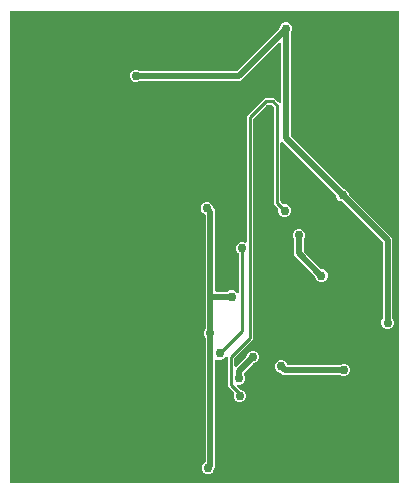
<source format=gbr>
G04 EAGLE Gerber RS-274X export*
G75*
%MOMM*%
%FSLAX34Y34*%
%LPD*%
%INBottom Copper*%
%IPPOS*%
%AMOC8*
5,1,8,0,0,1.08239X$1,22.5*%
G01*
%ADD10C,0.756400*%
%ADD11C,0.508000*%
%ADD12C,0.254000*%

G36*
X338688Y10176D02*
X338688Y10176D01*
X338807Y10183D01*
X338845Y10196D01*
X338886Y10201D01*
X338996Y10244D01*
X339109Y10281D01*
X339144Y10303D01*
X339181Y10318D01*
X339277Y10387D01*
X339378Y10451D01*
X339406Y10481D01*
X339439Y10504D01*
X339515Y10596D01*
X339596Y10683D01*
X339616Y10718D01*
X339641Y10749D01*
X339692Y10857D01*
X339750Y10961D01*
X339760Y11001D01*
X339777Y11037D01*
X339799Y11154D01*
X339829Y11269D01*
X339833Y11329D01*
X339837Y11349D01*
X339835Y11370D01*
X339839Y11430D01*
X339839Y408570D01*
X339824Y408688D01*
X339817Y408807D01*
X339804Y408845D01*
X339799Y408886D01*
X339756Y408996D01*
X339719Y409109D01*
X339697Y409144D01*
X339682Y409181D01*
X339613Y409277D01*
X339549Y409378D01*
X339519Y409406D01*
X339496Y409439D01*
X339404Y409515D01*
X339317Y409596D01*
X339282Y409616D01*
X339251Y409641D01*
X339143Y409692D01*
X339039Y409750D01*
X338999Y409760D01*
X338963Y409777D01*
X338846Y409799D01*
X338731Y409829D01*
X338671Y409833D01*
X338651Y409837D01*
X338630Y409835D01*
X338570Y409839D01*
X11430Y409839D01*
X11312Y409824D01*
X11193Y409817D01*
X11155Y409804D01*
X11114Y409799D01*
X11004Y409756D01*
X10891Y409719D01*
X10856Y409697D01*
X10819Y409682D01*
X10723Y409613D01*
X10622Y409549D01*
X10594Y409519D01*
X10561Y409496D01*
X10485Y409404D01*
X10404Y409317D01*
X10384Y409282D01*
X10359Y409251D01*
X10308Y409143D01*
X10250Y409039D01*
X10240Y408999D01*
X10223Y408963D01*
X10201Y408846D01*
X10171Y408731D01*
X10167Y408671D01*
X10163Y408651D01*
X10165Y408630D01*
X10161Y408570D01*
X10161Y11430D01*
X10176Y11312D01*
X10183Y11193D01*
X10196Y11155D01*
X10201Y11114D01*
X10244Y11004D01*
X10281Y10891D01*
X10303Y10856D01*
X10318Y10819D01*
X10387Y10723D01*
X10451Y10622D01*
X10481Y10594D01*
X10504Y10561D01*
X10596Y10485D01*
X10683Y10404D01*
X10718Y10384D01*
X10749Y10359D01*
X10857Y10308D01*
X10961Y10250D01*
X11001Y10240D01*
X11037Y10223D01*
X11154Y10201D01*
X11269Y10171D01*
X11329Y10167D01*
X11349Y10163D01*
X11370Y10165D01*
X11430Y10161D01*
X338570Y10161D01*
X338688Y10176D01*
G37*
%LPC*%
G36*
X176944Y17693D02*
X176944Y17693D01*
X174994Y18501D01*
X173501Y19994D01*
X172693Y21944D01*
X172693Y24056D01*
X173501Y26006D01*
X174994Y27499D01*
X175152Y27564D01*
X175177Y27579D01*
X175205Y27588D01*
X175315Y27657D01*
X175428Y27722D01*
X175449Y27742D01*
X175474Y27758D01*
X175563Y27853D01*
X175656Y27943D01*
X175672Y27968D01*
X175692Y27990D01*
X175755Y28104D01*
X175823Y28214D01*
X175831Y28242D01*
X175846Y28268D01*
X175878Y28394D01*
X175916Y28518D01*
X175918Y28548D01*
X175925Y28576D01*
X175935Y28737D01*
X175935Y133034D01*
X175923Y133133D01*
X175920Y133231D01*
X175903Y133290D01*
X175895Y133350D01*
X175859Y133442D01*
X175831Y133537D01*
X175801Y133589D01*
X175778Y133645D01*
X175720Y133725D01*
X175670Y133811D01*
X175604Y133886D01*
X175592Y133903D01*
X175582Y133911D01*
X175563Y133932D01*
X175501Y133994D01*
X174693Y135944D01*
X174693Y138056D01*
X175501Y140006D01*
X175564Y140068D01*
X175624Y140147D01*
X175692Y140219D01*
X175721Y140272D01*
X175758Y140320D01*
X175798Y140411D01*
X175846Y140497D01*
X175861Y140556D01*
X175885Y140612D01*
X175900Y140709D01*
X175925Y140805D01*
X175931Y140905D01*
X175935Y140926D01*
X175933Y140938D01*
X175935Y140966D01*
X175935Y236849D01*
X175932Y236878D01*
X175934Y236908D01*
X175912Y237036D01*
X175895Y237165D01*
X175885Y237192D01*
X175880Y237221D01*
X175826Y237340D01*
X175778Y237460D01*
X175761Y237484D01*
X175749Y237511D01*
X175668Y237613D01*
X175592Y237718D01*
X175569Y237736D01*
X175550Y237759D01*
X175447Y237838D01*
X175347Y237920D01*
X175320Y237933D01*
X175296Y237951D01*
X175152Y238022D01*
X173994Y238501D01*
X172501Y239994D01*
X171693Y241944D01*
X171693Y244056D01*
X172501Y246006D01*
X173994Y247499D01*
X175944Y248307D01*
X178056Y248307D01*
X180006Y247499D01*
X181499Y246006D01*
X182307Y244056D01*
X182307Y243967D01*
X182319Y243869D01*
X182322Y243770D01*
X182339Y243712D01*
X182347Y243652D01*
X182383Y243560D01*
X182411Y243465D01*
X182441Y243413D01*
X182464Y243356D01*
X182522Y243276D01*
X182572Y243191D01*
X182638Y243115D01*
X182650Y243099D01*
X182660Y243091D01*
X182678Y243070D01*
X184065Y241684D01*
X184065Y173334D01*
X184080Y173216D01*
X184087Y173097D01*
X184100Y173059D01*
X184105Y173018D01*
X184148Y172908D01*
X184185Y172795D01*
X184207Y172760D01*
X184222Y172723D01*
X184291Y172627D01*
X184355Y172526D01*
X184385Y172498D01*
X184408Y172465D01*
X184500Y172389D01*
X184587Y172308D01*
X184622Y172288D01*
X184653Y172263D01*
X184761Y172212D01*
X184865Y172154D01*
X184905Y172144D01*
X184941Y172127D01*
X185058Y172105D01*
X185173Y172075D01*
X185233Y172071D01*
X185253Y172067D01*
X185274Y172069D01*
X185334Y172065D01*
X194034Y172065D01*
X194132Y172077D01*
X194231Y172080D01*
X194290Y172097D01*
X194350Y172105D01*
X194442Y172141D01*
X194537Y172169D01*
X194589Y172199D01*
X194645Y172222D01*
X194725Y172280D01*
X194811Y172330D01*
X194886Y172396D01*
X194903Y172408D01*
X194910Y172418D01*
X194932Y172436D01*
X194994Y172499D01*
X196944Y173307D01*
X199056Y173307D01*
X201006Y172499D01*
X202039Y171466D01*
X202148Y171382D01*
X202255Y171292D01*
X202274Y171284D01*
X202290Y171271D01*
X202417Y171216D01*
X202543Y171157D01*
X202563Y171153D01*
X202582Y171145D01*
X202720Y171123D01*
X202856Y171097D01*
X202876Y171098D01*
X202896Y171095D01*
X203035Y171108D01*
X203173Y171117D01*
X203192Y171123D01*
X203212Y171125D01*
X203344Y171172D01*
X203475Y171215D01*
X203493Y171226D01*
X203512Y171233D01*
X203627Y171311D01*
X203744Y171385D01*
X203758Y171400D01*
X203775Y171411D01*
X203867Y171515D01*
X203962Y171617D01*
X203972Y171634D01*
X203985Y171650D01*
X204048Y171773D01*
X204116Y171895D01*
X204121Y171915D01*
X204130Y171933D01*
X204160Y172069D01*
X204195Y172203D01*
X204197Y172231D01*
X204200Y172243D01*
X204199Y172264D01*
X204205Y172364D01*
X204205Y203764D01*
X204193Y203862D01*
X204190Y203961D01*
X204173Y204020D01*
X204165Y204080D01*
X204129Y204172D01*
X204101Y204267D01*
X204071Y204319D01*
X204048Y204375D01*
X203990Y204455D01*
X203940Y204541D01*
X203874Y204616D01*
X203862Y204633D01*
X203852Y204640D01*
X203834Y204662D01*
X202501Y205994D01*
X201693Y207944D01*
X201693Y210056D01*
X202501Y212006D01*
X203994Y213499D01*
X205944Y214307D01*
X208056Y214307D01*
X209026Y213905D01*
X209074Y213891D01*
X209119Y213870D01*
X209227Y213850D01*
X209333Y213821D01*
X209383Y213820D01*
X209432Y213811D01*
X209541Y213817D01*
X209651Y213816D01*
X209699Y213827D01*
X209749Y213830D01*
X209853Y213864D01*
X209960Y213890D01*
X210004Y213913D01*
X210051Y213928D01*
X210144Y213987D01*
X210241Y214039D01*
X210278Y214072D01*
X210320Y214099D01*
X210395Y214179D01*
X210477Y214252D01*
X210504Y214294D01*
X210538Y214330D01*
X210591Y214426D01*
X210651Y214518D01*
X210668Y214565D01*
X210692Y214609D01*
X210719Y214715D01*
X210755Y214819D01*
X210759Y214869D01*
X210771Y214917D01*
X210781Y215077D01*
X210781Y321033D01*
X226119Y336371D01*
X233881Y336371D01*
X235890Y334362D01*
X237362Y332890D01*
X237768Y332484D01*
X237878Y332399D01*
X237985Y332310D01*
X238004Y332301D01*
X238020Y332289D01*
X238147Y332234D01*
X238273Y332174D01*
X238293Y332170D01*
X238312Y332162D01*
X238449Y332141D01*
X238586Y332114D01*
X238606Y332116D01*
X238626Y332113D01*
X238765Y332126D01*
X238903Y332134D01*
X238922Y332140D01*
X238942Y332142D01*
X239074Y332190D01*
X239205Y332232D01*
X239222Y332243D01*
X239242Y332250D01*
X239357Y332328D01*
X239474Y332402D01*
X239488Y332417D01*
X239505Y332429D01*
X239597Y332533D01*
X239692Y332634D01*
X239702Y332652D01*
X239715Y332667D01*
X239779Y332791D01*
X239846Y332913D01*
X239851Y332932D01*
X239860Y332950D01*
X239890Y333086D01*
X239925Y333220D01*
X239927Y333249D01*
X239930Y333260D01*
X239929Y333281D01*
X239935Y333381D01*
X239935Y382123D01*
X239918Y382260D01*
X239905Y382399D01*
X239898Y382418D01*
X239895Y382438D01*
X239844Y382567D01*
X239797Y382698D01*
X239786Y382715D01*
X239778Y382734D01*
X239697Y382846D01*
X239619Y382961D01*
X239603Y382975D01*
X239592Y382991D01*
X239484Y383080D01*
X239380Y383172D01*
X239362Y383181D01*
X239347Y383194D01*
X239221Y383253D01*
X239097Y383316D01*
X239077Y383321D01*
X239059Y383330D01*
X238923Y383356D01*
X238787Y383386D01*
X238766Y383386D01*
X238747Y383389D01*
X238608Y383381D01*
X238469Y383376D01*
X238449Y383371D01*
X238429Y383370D01*
X238297Y383327D01*
X238163Y383288D01*
X238146Y383278D01*
X238127Y383272D01*
X238009Y383197D01*
X237889Y383127D01*
X237868Y383108D01*
X237858Y383101D01*
X237844Y383087D01*
X237769Y383020D01*
X208436Y353688D01*
X205684Y350935D01*
X120966Y350935D01*
X120868Y350923D01*
X120769Y350920D01*
X120710Y350903D01*
X120650Y350895D01*
X120558Y350859D01*
X120463Y350831D01*
X120411Y350801D01*
X120355Y350778D01*
X120275Y350720D01*
X120189Y350670D01*
X120114Y350604D01*
X120097Y350592D01*
X120090Y350582D01*
X120068Y350564D01*
X120006Y350501D01*
X118056Y349693D01*
X115944Y349693D01*
X113994Y350501D01*
X112501Y351994D01*
X111693Y353944D01*
X111693Y356056D01*
X112501Y358006D01*
X113994Y359499D01*
X115944Y360307D01*
X118056Y360307D01*
X120006Y359499D01*
X120068Y359436D01*
X120147Y359376D01*
X120219Y359308D01*
X120272Y359279D01*
X120320Y359242D01*
X120411Y359202D01*
X120497Y359154D01*
X120556Y359139D01*
X120612Y359115D01*
X120709Y359100D01*
X120805Y359075D01*
X120905Y359069D01*
X120926Y359065D01*
X120938Y359067D01*
X120966Y359065D01*
X201791Y359065D01*
X201889Y359077D01*
X201988Y359080D01*
X202046Y359097D01*
X202106Y359105D01*
X202198Y359141D01*
X202293Y359169D01*
X202345Y359199D01*
X202402Y359222D01*
X202482Y359280D01*
X202567Y359330D01*
X202643Y359396D01*
X202659Y359408D01*
X202667Y359418D01*
X202688Y359436D01*
X238322Y395070D01*
X238382Y395148D01*
X238450Y395220D01*
X238479Y395273D01*
X238516Y395321D01*
X238556Y395412D01*
X238604Y395499D01*
X238619Y395557D01*
X238643Y395613D01*
X238658Y395711D01*
X238683Y395807D01*
X238689Y395907D01*
X238693Y395927D01*
X238691Y395939D01*
X238693Y395967D01*
X238693Y396056D01*
X239501Y398006D01*
X240994Y399499D01*
X242944Y400307D01*
X245056Y400307D01*
X247006Y399499D01*
X248499Y398006D01*
X249307Y396056D01*
X249307Y393944D01*
X248499Y391994D01*
X248436Y391932D01*
X248376Y391853D01*
X248308Y391781D01*
X248279Y391728D01*
X248242Y391680D01*
X248202Y391589D01*
X248154Y391503D01*
X248139Y391444D01*
X248115Y391388D01*
X248100Y391291D01*
X248075Y391195D01*
X248069Y391095D01*
X248065Y391074D01*
X248067Y391062D01*
X248065Y391034D01*
X248065Y304209D01*
X248077Y304111D01*
X248080Y304012D01*
X248097Y303954D01*
X248105Y303894D01*
X248141Y303802D01*
X248169Y303707D01*
X248199Y303655D01*
X248222Y303598D01*
X248280Y303518D01*
X248330Y303433D01*
X248396Y303357D01*
X248408Y303341D01*
X248418Y303333D01*
X248436Y303312D01*
X292070Y259678D01*
X292148Y259618D01*
X292220Y259550D01*
X292273Y259521D01*
X292321Y259484D01*
X292412Y259444D01*
X292499Y259396D01*
X292557Y259381D01*
X292613Y259357D01*
X292711Y259342D01*
X292807Y259317D01*
X292907Y259311D01*
X292927Y259307D01*
X292939Y259309D01*
X292967Y259307D01*
X293056Y259307D01*
X295006Y258499D01*
X296499Y257006D01*
X297307Y255056D01*
X297307Y254967D01*
X297319Y254869D01*
X297322Y254770D01*
X297339Y254712D01*
X297347Y254652D01*
X297383Y254560D01*
X297411Y254465D01*
X297441Y254413D01*
X297464Y254356D01*
X297522Y254276D01*
X297572Y254191D01*
X297638Y254115D01*
X297650Y254099D01*
X297660Y254091D01*
X297678Y254070D01*
X334065Y217684D01*
X334065Y149966D01*
X334077Y149868D01*
X334080Y149769D01*
X334097Y149710D01*
X334105Y149650D01*
X334141Y149558D01*
X334169Y149463D01*
X334199Y149411D01*
X334222Y149355D01*
X334280Y149275D01*
X334330Y149189D01*
X334396Y149114D01*
X334408Y149097D01*
X334418Y149090D01*
X334436Y149068D01*
X334499Y149006D01*
X335307Y147056D01*
X335307Y144944D01*
X334499Y142994D01*
X333006Y141501D01*
X331056Y140693D01*
X328944Y140693D01*
X326994Y141501D01*
X325501Y142994D01*
X324693Y144944D01*
X324693Y147056D01*
X325501Y149006D01*
X325564Y149068D01*
X325624Y149147D01*
X325692Y149219D01*
X325721Y149272D01*
X325758Y149320D01*
X325798Y149411D01*
X325846Y149497D01*
X325861Y149556D01*
X325885Y149612D01*
X325900Y149709D01*
X325925Y149805D01*
X325931Y149905D01*
X325935Y149926D01*
X325933Y149938D01*
X325935Y149966D01*
X325935Y213791D01*
X325923Y213889D01*
X325920Y213988D01*
X325903Y214046D01*
X325895Y214106D01*
X325859Y214198D01*
X325831Y214293D01*
X325801Y214345D01*
X325778Y214402D01*
X325720Y214482D01*
X325670Y214567D01*
X325604Y214643D01*
X325592Y214659D01*
X325582Y214667D01*
X325564Y214688D01*
X291930Y248322D01*
X291852Y248382D01*
X291780Y248450D01*
X291727Y248479D01*
X291679Y248516D01*
X291588Y248556D01*
X291501Y248604D01*
X291443Y248619D01*
X291387Y248643D01*
X291289Y248658D01*
X291193Y248683D01*
X291093Y248689D01*
X291073Y248693D01*
X291061Y248691D01*
X291033Y248693D01*
X290944Y248693D01*
X288994Y249501D01*
X287501Y250994D01*
X286693Y252944D01*
X286693Y253033D01*
X286681Y253131D01*
X286678Y253230D01*
X286661Y253288D01*
X286653Y253348D01*
X286617Y253440D01*
X286589Y253535D01*
X286559Y253587D01*
X286536Y253644D01*
X286478Y253724D01*
X286428Y253809D01*
X286362Y253885D01*
X286350Y253901D01*
X286340Y253909D01*
X286322Y253930D01*
X241537Y298714D01*
X241428Y298799D01*
X241321Y298888D01*
X241302Y298897D01*
X241286Y298909D01*
X241158Y298965D01*
X241033Y299024D01*
X241013Y299027D01*
X240994Y299035D01*
X240856Y299057D01*
X240720Y299083D01*
X240700Y299082D01*
X240680Y299085D01*
X240541Y299072D01*
X240403Y299064D01*
X240384Y299057D01*
X240364Y299055D01*
X240232Y299008D01*
X240101Y298966D01*
X240083Y298955D01*
X240064Y298948D01*
X239949Y298870D01*
X239832Y298795D01*
X239818Y298781D01*
X239801Y298769D01*
X239709Y298665D01*
X239614Y298564D01*
X239604Y298546D01*
X239591Y298531D01*
X239527Y298407D01*
X239460Y298285D01*
X239455Y298266D01*
X239446Y298248D01*
X239416Y298112D01*
X239381Y297977D01*
X239379Y297949D01*
X239376Y297937D01*
X239377Y297917D01*
X239371Y297817D01*
X239371Y249107D01*
X239383Y249009D01*
X239386Y248910D01*
X239403Y248852D01*
X239411Y248792D01*
X239447Y248700D01*
X239475Y248605D01*
X239505Y248552D01*
X239528Y248496D01*
X239586Y248416D01*
X239636Y248331D01*
X239702Y248255D01*
X239714Y248239D01*
X239724Y248231D01*
X239742Y248210D01*
X241274Y246678D01*
X241352Y246618D01*
X241424Y246550D01*
X241477Y246521D01*
X241525Y246484D01*
X241616Y246444D01*
X241703Y246396D01*
X241761Y246381D01*
X241817Y246357D01*
X241915Y246342D01*
X242011Y246317D01*
X242111Y246311D01*
X242131Y246307D01*
X242143Y246309D01*
X242171Y246307D01*
X244056Y246307D01*
X246006Y245499D01*
X247499Y244006D01*
X248307Y242056D01*
X248307Y239944D01*
X247499Y237994D01*
X246006Y236501D01*
X244056Y235693D01*
X241944Y235693D01*
X239994Y236501D01*
X238501Y237994D01*
X237693Y239944D01*
X237693Y241829D01*
X237681Y241927D01*
X237678Y242026D01*
X237661Y242084D01*
X237653Y242144D01*
X237617Y242236D01*
X237589Y242331D01*
X237559Y242384D01*
X237536Y242440D01*
X237478Y242520D01*
X237428Y242605D01*
X237362Y242681D01*
X237350Y242697D01*
X237340Y242705D01*
X237322Y242726D01*
X233781Y246266D01*
X233781Y328041D01*
X233769Y328139D01*
X233766Y328238D01*
X233749Y328296D01*
X233741Y328356D01*
X233705Y328448D01*
X233677Y328543D01*
X233647Y328596D01*
X233624Y328652D01*
X233566Y328732D01*
X233516Y328817D01*
X233450Y328893D01*
X233438Y328909D01*
X233428Y328917D01*
X233410Y328938D01*
X231938Y330410D01*
X231860Y330470D01*
X231788Y330538D01*
X231735Y330567D01*
X231687Y330604D01*
X231596Y330644D01*
X231509Y330692D01*
X231451Y330707D01*
X231395Y330731D01*
X231297Y330746D01*
X231201Y330771D01*
X231101Y330777D01*
X231081Y330781D01*
X231069Y330779D01*
X231041Y330781D01*
X228959Y330781D01*
X228861Y330769D01*
X228762Y330766D01*
X228704Y330749D01*
X228644Y330741D01*
X228552Y330705D01*
X228457Y330677D01*
X228405Y330647D01*
X228348Y330624D01*
X228268Y330566D01*
X228183Y330516D01*
X228107Y330450D01*
X228091Y330438D01*
X228083Y330428D01*
X228062Y330410D01*
X216742Y319090D01*
X216682Y319012D01*
X216614Y318940D01*
X216585Y318887D01*
X216548Y318839D01*
X216508Y318748D01*
X216460Y318661D01*
X216445Y318603D01*
X216421Y318547D01*
X216406Y318449D01*
X216381Y318353D01*
X216375Y318253D01*
X216371Y318233D01*
X216373Y318221D01*
X216371Y318193D01*
X216371Y131825D01*
X200590Y116045D01*
X200530Y115966D01*
X200462Y115894D01*
X200433Y115841D01*
X200396Y115793D01*
X200356Y115703D01*
X200308Y115616D01*
X200293Y115557D01*
X200269Y115502D01*
X200254Y115404D01*
X200229Y115308D01*
X200223Y115208D01*
X200219Y115188D01*
X200221Y115175D01*
X200219Y115147D01*
X200219Y110031D01*
X200236Y109893D01*
X200249Y109755D01*
X200256Y109736D01*
X200259Y109716D01*
X200310Y109587D01*
X200357Y109456D01*
X200368Y109439D01*
X200376Y109420D01*
X200457Y109308D01*
X200535Y109193D01*
X200551Y109179D01*
X200562Y109163D01*
X200670Y109074D01*
X200774Y108982D01*
X200792Y108973D01*
X200807Y108960D01*
X200933Y108901D01*
X201057Y108837D01*
X201077Y108833D01*
X201095Y108824D01*
X201231Y108798D01*
X201367Y108768D01*
X201388Y108768D01*
X201407Y108765D01*
X201546Y108773D01*
X201685Y108778D01*
X201705Y108783D01*
X201725Y108784D01*
X201857Y108827D01*
X201991Y108866D01*
X202008Y108876D01*
X202027Y108882D01*
X202145Y108957D01*
X202265Y109028D01*
X202286Y109046D01*
X202296Y109053D01*
X202310Y109068D01*
X202386Y109134D01*
X202688Y109436D01*
X210322Y117070D01*
X210382Y117148D01*
X210450Y117220D01*
X210479Y117273D01*
X210516Y117321D01*
X210556Y117412D01*
X210604Y117499D01*
X210619Y117557D01*
X210643Y117613D01*
X210658Y117711D01*
X210683Y117807D01*
X210689Y117907D01*
X210693Y117927D01*
X210691Y117939D01*
X210693Y117967D01*
X210693Y118056D01*
X211501Y120006D01*
X212994Y121499D01*
X214944Y122307D01*
X217056Y122307D01*
X219006Y121499D01*
X220499Y120006D01*
X221307Y118056D01*
X221307Y115944D01*
X220499Y113994D01*
X219006Y112501D01*
X217056Y111693D01*
X216967Y111693D01*
X216869Y111681D01*
X216770Y111678D01*
X216712Y111661D01*
X216652Y111653D01*
X216560Y111617D01*
X216465Y111589D01*
X216413Y111559D01*
X216356Y111536D01*
X216276Y111478D01*
X216191Y111428D01*
X216115Y111362D01*
X216099Y111350D01*
X216091Y111340D01*
X216070Y111322D01*
X208524Y103776D01*
X208451Y103682D01*
X208372Y103592D01*
X208354Y103556D01*
X208329Y103524D01*
X208282Y103415D01*
X208228Y103309D01*
X208219Y103270D01*
X208203Y103233D01*
X208184Y103115D01*
X208158Y102999D01*
X208159Y102959D01*
X208153Y102919D01*
X208164Y102800D01*
X208168Y102681D01*
X208179Y102642D01*
X208183Y102602D01*
X208223Y102490D01*
X208256Y102376D01*
X208277Y102341D01*
X208290Y102303D01*
X208357Y102204D01*
X208418Y102102D01*
X208458Y102056D01*
X208469Y102039D01*
X208484Y102026D01*
X208496Y102012D01*
X209307Y100056D01*
X209307Y97944D01*
X208499Y95994D01*
X207006Y94501D01*
X205056Y93693D01*
X204023Y93693D01*
X203886Y93676D01*
X203747Y93663D01*
X203728Y93656D01*
X203708Y93653D01*
X203579Y93602D01*
X203448Y93555D01*
X203431Y93544D01*
X203412Y93536D01*
X203300Y93455D01*
X203185Y93377D01*
X203171Y93361D01*
X203155Y93350D01*
X203066Y93242D01*
X202974Y93138D01*
X202965Y93120D01*
X202952Y93105D01*
X202893Y92979D01*
X202830Y92855D01*
X202825Y92835D01*
X202817Y92817D01*
X202790Y92680D01*
X202760Y92545D01*
X202761Y92524D01*
X202757Y92505D01*
X202765Y92366D01*
X202770Y92227D01*
X202775Y92207D01*
X202776Y92187D01*
X202819Y92055D01*
X202858Y91921D01*
X202868Y91904D01*
X202875Y91885D01*
X202949Y91767D01*
X203020Y91647D01*
X203038Y91626D01*
X203045Y91616D01*
X203060Y91602D01*
X203126Y91527D01*
X204974Y89678D01*
X205052Y89618D01*
X205124Y89550D01*
X205177Y89521D01*
X205225Y89484D01*
X205316Y89444D01*
X205403Y89396D01*
X205461Y89381D01*
X205517Y89357D01*
X205615Y89342D01*
X205711Y89317D01*
X205811Y89311D01*
X205831Y89307D01*
X205843Y89309D01*
X205871Y89307D01*
X206056Y89307D01*
X208006Y88499D01*
X209499Y87006D01*
X210307Y85056D01*
X210307Y82944D01*
X209499Y80994D01*
X208006Y79501D01*
X206056Y78693D01*
X203944Y78693D01*
X201994Y79501D01*
X200501Y80994D01*
X199693Y82944D01*
X199693Y85056D01*
X199954Y85685D01*
X199962Y85714D01*
X199975Y85740D01*
X200004Y85867D01*
X200038Y85992D01*
X200039Y86022D01*
X200045Y86051D01*
X200041Y86180D01*
X200043Y86310D01*
X200036Y86339D01*
X200035Y86368D01*
X199999Y86493D01*
X199969Y86619D01*
X199955Y86646D01*
X199947Y86674D01*
X199881Y86786D01*
X199820Y86901D01*
X199801Y86922D01*
X199785Y86948D01*
X199679Y87069D01*
X196638Y90110D01*
X194629Y92119D01*
X194629Y116214D01*
X194612Y116352D01*
X194599Y116491D01*
X194592Y116510D01*
X194589Y116530D01*
X194538Y116659D01*
X194491Y116790D01*
X194480Y116807D01*
X194472Y116825D01*
X194391Y116938D01*
X194313Y117053D01*
X194297Y117066D01*
X194286Y117083D01*
X194178Y117172D01*
X194074Y117263D01*
X194056Y117273D01*
X194041Y117286D01*
X193915Y117345D01*
X193791Y117408D01*
X193771Y117412D01*
X193753Y117421D01*
X193616Y117447D01*
X193481Y117478D01*
X193460Y117477D01*
X193441Y117481D01*
X193302Y117472D01*
X193163Y117468D01*
X193143Y117462D01*
X193123Y117461D01*
X192991Y117418D01*
X192857Y117380D01*
X192840Y117369D01*
X192821Y117363D01*
X192703Y117288D01*
X192583Y117218D01*
X192562Y117200D01*
X192552Y117193D01*
X192538Y117178D01*
X192463Y117112D01*
X190852Y115501D01*
X188902Y114693D01*
X186790Y114693D01*
X185820Y115095D01*
X185772Y115109D01*
X185727Y115130D01*
X185619Y115150D01*
X185513Y115179D01*
X185463Y115180D01*
X185414Y115189D01*
X185305Y115183D01*
X185195Y115184D01*
X185147Y115173D01*
X185097Y115170D01*
X184993Y115136D01*
X184886Y115110D01*
X184842Y115087D01*
X184795Y115072D01*
X184702Y115013D01*
X184605Y114961D01*
X184568Y114928D01*
X184526Y114901D01*
X184451Y114821D01*
X184369Y114748D01*
X184342Y114706D01*
X184308Y114670D01*
X184255Y114574D01*
X184195Y114482D01*
X184178Y114435D01*
X184154Y114391D01*
X184127Y114285D01*
X184091Y114181D01*
X184087Y114131D01*
X184075Y114083D01*
X184065Y113923D01*
X184065Y23316D01*
X183678Y22930D01*
X183618Y22852D01*
X183550Y22780D01*
X183521Y22727D01*
X183484Y22679D01*
X183444Y22588D01*
X183396Y22501D01*
X183381Y22443D01*
X183357Y22387D01*
X183342Y22289D01*
X183317Y22193D01*
X183311Y22093D01*
X183307Y22073D01*
X183309Y22061D01*
X183307Y22033D01*
X183307Y21944D01*
X182499Y19994D01*
X181006Y18501D01*
X179056Y17693D01*
X176944Y17693D01*
G37*
%LPD*%
%LPC*%
G36*
X291944Y100693D02*
X291944Y100693D01*
X289994Y101501D01*
X289932Y101564D01*
X289853Y101624D01*
X289781Y101692D01*
X289728Y101721D01*
X289680Y101758D01*
X289589Y101798D01*
X289503Y101846D01*
X289444Y101861D01*
X289388Y101885D01*
X289291Y101900D01*
X289195Y101925D01*
X289095Y101931D01*
X289074Y101935D01*
X289062Y101933D01*
X289034Y101935D01*
X241316Y101935D01*
X239930Y103322D01*
X239852Y103382D01*
X239780Y103450D01*
X239727Y103479D01*
X239679Y103516D01*
X239588Y103556D01*
X239501Y103604D01*
X239443Y103619D01*
X239387Y103643D01*
X239289Y103658D01*
X239193Y103683D01*
X239093Y103689D01*
X239073Y103693D01*
X239061Y103691D01*
X239033Y103693D01*
X238944Y103693D01*
X236994Y104501D01*
X235501Y105994D01*
X234693Y107944D01*
X234693Y110056D01*
X235501Y112006D01*
X236994Y113499D01*
X238944Y114307D01*
X241056Y114307D01*
X243006Y113499D01*
X244499Y112006D01*
X244978Y110848D01*
X244993Y110823D01*
X245002Y110795D01*
X245072Y110685D01*
X245136Y110572D01*
X245156Y110551D01*
X245172Y110526D01*
X245267Y110437D01*
X245357Y110344D01*
X245382Y110328D01*
X245404Y110308D01*
X245518Y110245D01*
X245628Y110177D01*
X245657Y110169D01*
X245682Y110154D01*
X245808Y110122D01*
X245932Y110084D01*
X245962Y110082D01*
X245990Y110075D01*
X246151Y110065D01*
X289034Y110065D01*
X289132Y110077D01*
X289231Y110080D01*
X289290Y110097D01*
X289350Y110105D01*
X289442Y110141D01*
X289537Y110169D01*
X289589Y110199D01*
X289645Y110222D01*
X289725Y110280D01*
X289811Y110330D01*
X289886Y110396D01*
X289903Y110408D01*
X289910Y110418D01*
X289932Y110436D01*
X289994Y110499D01*
X291944Y111307D01*
X294056Y111307D01*
X296006Y110499D01*
X297499Y109006D01*
X298307Y107056D01*
X298307Y104944D01*
X297499Y102994D01*
X296006Y101501D01*
X294056Y100693D01*
X291944Y100693D01*
G37*
%LPD*%
%LPC*%
G36*
X272944Y180693D02*
X272944Y180693D01*
X270994Y181501D01*
X269501Y182994D01*
X268693Y184944D01*
X268693Y185033D01*
X268681Y185131D01*
X268678Y185230D01*
X268661Y185288D01*
X268653Y185348D01*
X268617Y185440D01*
X268589Y185535D01*
X268559Y185587D01*
X268536Y185644D01*
X268478Y185724D01*
X268428Y185809D01*
X268362Y185885D01*
X268350Y185901D01*
X268340Y185909D01*
X268322Y185930D01*
X250935Y203316D01*
X250935Y216034D01*
X250923Y216132D01*
X250920Y216231D01*
X250903Y216290D01*
X250895Y216350D01*
X250859Y216442D01*
X250831Y216537D01*
X250801Y216589D01*
X250778Y216645D01*
X250720Y216725D01*
X250670Y216811D01*
X250604Y216886D01*
X250592Y216903D01*
X250582Y216910D01*
X250564Y216932D01*
X250501Y216994D01*
X249693Y218944D01*
X249693Y221056D01*
X250501Y223006D01*
X251994Y224499D01*
X253944Y225307D01*
X256056Y225307D01*
X258006Y224499D01*
X259499Y223006D01*
X260307Y221056D01*
X260307Y218944D01*
X259499Y216994D01*
X259436Y216932D01*
X259376Y216853D01*
X259308Y216781D01*
X259279Y216728D01*
X259242Y216680D01*
X259202Y216589D01*
X259154Y216503D01*
X259139Y216444D01*
X259115Y216388D01*
X259100Y216291D01*
X259075Y216195D01*
X259069Y216095D01*
X259065Y216074D01*
X259067Y216062D01*
X259065Y216034D01*
X259065Y207209D01*
X259077Y207111D01*
X259080Y207012D01*
X259097Y206954D01*
X259105Y206894D01*
X259141Y206802D01*
X259169Y206707D01*
X259199Y206655D01*
X259222Y206598D01*
X259280Y206518D01*
X259330Y206433D01*
X259396Y206357D01*
X259408Y206341D01*
X259418Y206333D01*
X259436Y206312D01*
X274070Y191678D01*
X274148Y191618D01*
X274220Y191550D01*
X274273Y191521D01*
X274321Y191484D01*
X274412Y191444D01*
X274499Y191396D01*
X274557Y191381D01*
X274613Y191357D01*
X274711Y191342D01*
X274807Y191317D01*
X274907Y191311D01*
X274927Y191307D01*
X274939Y191309D01*
X274967Y191307D01*
X275056Y191307D01*
X277006Y190499D01*
X278499Y189006D01*
X279307Y187056D01*
X279307Y184944D01*
X278499Y182994D01*
X277006Y181501D01*
X275056Y180693D01*
X272944Y180693D01*
G37*
%LPD*%
D10*
X177000Y243000D03*
D11*
X180000Y240000D01*
X180000Y168000D01*
D10*
X180000Y137000D03*
D11*
X180000Y168000D01*
D10*
X178000Y23000D03*
D11*
X180000Y25000D01*
X180000Y137000D01*
D10*
X198000Y168000D03*
D11*
X180000Y168000D01*
D10*
X230000Y327000D03*
X226000Y75000D03*
D11*
X226000Y81000D01*
X226000Y98000D01*
X226000Y323000D01*
X230000Y327000D01*
X226000Y81000D02*
X273000Y34000D01*
X329000Y34000D01*
D10*
X329000Y34000D03*
X235000Y96000D03*
D11*
X228000Y96000D01*
X226000Y98000D01*
D10*
X318000Y257000D03*
D12*
X300000Y275000D01*
X300000Y308000D01*
D10*
X300000Y308000D03*
X274000Y186000D03*
D11*
X255000Y205000D01*
X255000Y220000D01*
D10*
X255000Y220000D03*
X244000Y395000D03*
D11*
X204000Y355000D01*
X117000Y355000D01*
D10*
X117000Y355000D03*
D11*
X244000Y395000D02*
X244000Y302000D01*
X292000Y254000D01*
D10*
X292000Y254000D03*
X330000Y146000D03*
D11*
X330000Y216000D01*
X292000Y254000D01*
D10*
X293000Y106000D03*
D11*
X243000Y106000D01*
X240000Y109000D01*
D10*
X240000Y109000D03*
X216000Y117000D03*
D11*
X204000Y105000D01*
X204000Y99000D01*
D10*
X204000Y99000D03*
X207000Y209000D03*
D12*
X207000Y139154D01*
X187846Y120000D01*
D10*
X187846Y120000D03*
X205000Y84000D03*
X243000Y241000D03*
D12*
X236576Y329724D02*
X232724Y333576D01*
X227276Y333576D01*
X205000Y85700D02*
X205000Y84000D01*
X205000Y85700D02*
X197424Y93276D01*
X243000Y241000D02*
X236576Y247424D01*
X236576Y329724D01*
X227276Y333576D02*
X213576Y319876D01*
X213576Y132983D01*
X197424Y116831D01*
X197424Y93276D01*
M02*

</source>
